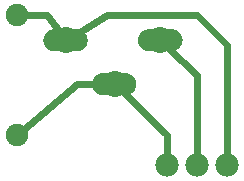
<source format=gtl>
G04 MADE WITH FRITZING*
G04 WWW.FRITZING.ORG*
G04 DOUBLE SIDED*
G04 HOLES PLATED*
G04 CONTOUR ON CENTER OF CONTOUR VECTOR*
%ASAXBY*%
%FSLAX23Y23*%
%MOIN*%
%OFA0B0*%
%SFA1.0B1.0*%
%ADD10C,0.075000*%
%ADD11C,0.078000*%
%ADD12C,0.087244*%
%ADD13C,0.024000*%
%ADD14R,0.001000X0.001000*%
%LNCOPPER1*%
G90*
G70*
G54D10*
X79Y574D03*
X79Y174D03*
G54D11*
X779Y74D03*
X679Y74D03*
X579Y74D03*
G54D12*
X557Y490D03*
X404Y343D03*
X241Y490D03*
G54D13*
X678Y573D02*
X379Y574D01*
D02*
X778Y473D02*
X678Y573D01*
D02*
X379Y574D02*
X271Y508D01*
D02*
X779Y104D02*
X778Y473D01*
D02*
X678Y373D02*
X679Y104D01*
D02*
X582Y465D02*
X678Y373D01*
D02*
X578Y174D02*
X579Y104D01*
D02*
X429Y319D02*
X578Y174D01*
D02*
X179Y574D02*
X107Y574D01*
D02*
X221Y517D02*
X179Y574D01*
D02*
X278Y343D02*
X100Y192D01*
D02*
X369Y343D02*
X278Y343D01*
G54D14*
X197Y526D02*
X284Y526D01*
X513Y526D02*
X600Y526D01*
X193Y525D02*
X288Y525D01*
X509Y525D02*
X604Y525D01*
X190Y524D02*
X291Y524D01*
X506Y524D02*
X606Y524D01*
X188Y523D02*
X293Y523D01*
X504Y523D02*
X609Y523D01*
X186Y522D02*
X295Y522D01*
X502Y522D02*
X611Y522D01*
X185Y521D02*
X297Y521D01*
X500Y521D02*
X612Y521D01*
X183Y520D02*
X298Y520D01*
X499Y520D02*
X614Y520D01*
X182Y519D02*
X300Y519D01*
X497Y519D02*
X615Y519D01*
X180Y518D02*
X301Y518D01*
X496Y518D02*
X616Y518D01*
X179Y517D02*
X302Y517D01*
X495Y517D02*
X618Y517D01*
X178Y516D02*
X303Y516D01*
X494Y516D02*
X619Y516D01*
X177Y515D02*
X304Y515D01*
X493Y515D02*
X620Y515D01*
X176Y514D02*
X305Y514D01*
X492Y514D02*
X620Y514D01*
X175Y513D02*
X306Y513D01*
X491Y513D02*
X621Y513D01*
X175Y512D02*
X306Y512D01*
X490Y512D02*
X622Y512D01*
X174Y511D02*
X235Y511D01*
X246Y511D02*
X307Y511D01*
X490Y511D02*
X551Y511D01*
X562Y511D02*
X623Y511D01*
X173Y510D02*
X232Y510D01*
X249Y510D02*
X308Y510D01*
X489Y510D02*
X547Y510D01*
X565Y510D02*
X624Y510D01*
X173Y509D02*
X230Y509D01*
X251Y509D02*
X309Y509D01*
X488Y509D02*
X545Y509D01*
X567Y509D02*
X624Y509D01*
X172Y508D02*
X228Y508D01*
X253Y508D02*
X309Y508D01*
X488Y508D02*
X544Y508D01*
X569Y508D02*
X625Y508D01*
X171Y507D02*
X227Y507D01*
X254Y507D02*
X310Y507D01*
X487Y507D02*
X542Y507D01*
X570Y507D02*
X625Y507D01*
X171Y506D02*
X225Y506D01*
X256Y506D02*
X310Y506D01*
X487Y506D02*
X541Y506D01*
X571Y506D02*
X626Y506D01*
X170Y505D02*
X224Y505D01*
X257Y505D02*
X311Y505D01*
X486Y505D02*
X540Y505D01*
X572Y505D02*
X626Y505D01*
X170Y504D02*
X224Y504D01*
X258Y504D02*
X311Y504D01*
X486Y504D02*
X539Y504D01*
X573Y504D02*
X627Y504D01*
X170Y503D02*
X223Y503D01*
X258Y503D02*
X312Y503D01*
X485Y503D02*
X538Y503D01*
X574Y503D02*
X627Y503D01*
X169Y502D02*
X222Y502D01*
X259Y502D02*
X312Y502D01*
X485Y502D02*
X538Y502D01*
X575Y502D02*
X628Y502D01*
X169Y501D02*
X221Y501D01*
X260Y501D02*
X312Y501D01*
X485Y501D02*
X537Y501D01*
X575Y501D02*
X628Y501D01*
X169Y500D02*
X221Y500D01*
X260Y500D02*
X313Y500D01*
X484Y500D02*
X536Y500D01*
X576Y500D02*
X628Y500D01*
X168Y499D02*
X220Y499D01*
X261Y499D02*
X313Y499D01*
X484Y499D02*
X536Y499D01*
X577Y499D02*
X628Y499D01*
X168Y498D02*
X220Y498D01*
X261Y498D02*
X313Y498D01*
X484Y498D02*
X535Y498D01*
X577Y498D02*
X629Y498D01*
X168Y497D02*
X219Y497D01*
X262Y497D02*
X313Y497D01*
X484Y497D02*
X535Y497D01*
X577Y497D02*
X629Y497D01*
X168Y496D02*
X219Y496D01*
X262Y496D02*
X313Y496D01*
X483Y496D02*
X535Y496D01*
X578Y496D02*
X629Y496D01*
X168Y495D02*
X219Y495D01*
X262Y495D02*
X314Y495D01*
X483Y495D02*
X534Y495D01*
X578Y495D02*
X629Y495D01*
X167Y494D02*
X219Y494D01*
X263Y494D02*
X314Y494D01*
X483Y494D02*
X534Y494D01*
X578Y494D02*
X629Y494D01*
X167Y493D02*
X218Y493D01*
X263Y493D02*
X314Y493D01*
X483Y493D02*
X534Y493D01*
X578Y493D02*
X629Y493D01*
X167Y492D02*
X218Y492D01*
X263Y492D02*
X314Y492D01*
X483Y492D02*
X534Y492D01*
X579Y492D02*
X630Y492D01*
X167Y491D02*
X218Y491D01*
X263Y491D02*
X314Y491D01*
X483Y491D02*
X534Y491D01*
X579Y491D02*
X630Y491D01*
X167Y490D02*
X218Y490D01*
X263Y490D02*
X314Y490D01*
X483Y490D02*
X534Y490D01*
X579Y490D02*
X630Y490D01*
X167Y489D02*
X218Y489D01*
X263Y489D02*
X314Y489D01*
X483Y489D02*
X534Y489D01*
X579Y489D02*
X630Y489D01*
X167Y488D02*
X218Y488D01*
X263Y488D02*
X314Y488D01*
X483Y488D02*
X534Y488D01*
X579Y488D02*
X630Y488D01*
X167Y487D02*
X218Y487D01*
X263Y487D02*
X314Y487D01*
X483Y487D02*
X534Y487D01*
X579Y487D02*
X630Y487D01*
X167Y486D02*
X218Y486D01*
X263Y486D02*
X314Y486D01*
X483Y486D02*
X534Y486D01*
X578Y486D02*
X629Y486D01*
X167Y485D02*
X219Y485D01*
X263Y485D02*
X314Y485D01*
X483Y485D02*
X534Y485D01*
X578Y485D02*
X629Y485D01*
X168Y484D02*
X219Y484D01*
X262Y484D02*
X314Y484D01*
X483Y484D02*
X535Y484D01*
X578Y484D02*
X629Y484D01*
X168Y483D02*
X219Y483D01*
X262Y483D02*
X313Y483D01*
X483Y483D02*
X535Y483D01*
X578Y483D02*
X629Y483D01*
X168Y482D02*
X220Y482D01*
X262Y482D02*
X313Y482D01*
X484Y482D02*
X535Y482D01*
X577Y482D02*
X629Y482D01*
X168Y481D02*
X220Y481D01*
X261Y481D02*
X313Y481D01*
X484Y481D02*
X536Y481D01*
X577Y481D02*
X629Y481D01*
X168Y480D02*
X220Y480D01*
X261Y480D02*
X313Y480D01*
X484Y480D02*
X536Y480D01*
X576Y480D02*
X628Y480D01*
X169Y479D02*
X221Y479D01*
X260Y479D02*
X312Y479D01*
X484Y479D02*
X537Y479D01*
X576Y479D02*
X628Y479D01*
X169Y478D02*
X222Y478D01*
X260Y478D02*
X312Y478D01*
X485Y478D02*
X537Y478D01*
X575Y478D02*
X628Y478D01*
X169Y477D02*
X222Y477D01*
X259Y477D02*
X312Y477D01*
X485Y477D02*
X538Y477D01*
X575Y477D02*
X627Y477D01*
X170Y476D02*
X223Y476D01*
X258Y476D02*
X311Y476D01*
X485Y476D02*
X539Y476D01*
X574Y476D02*
X627Y476D01*
X170Y475D02*
X224Y475D01*
X257Y475D02*
X311Y475D01*
X486Y475D02*
X539Y475D01*
X573Y475D02*
X627Y475D01*
X171Y474D02*
X225Y474D01*
X256Y474D02*
X310Y474D01*
X486Y474D02*
X540Y474D01*
X572Y474D02*
X626Y474D01*
X171Y473D02*
X226Y473D01*
X255Y473D02*
X310Y473D01*
X487Y473D02*
X542Y473D01*
X571Y473D02*
X626Y473D01*
X172Y472D02*
X227Y472D01*
X254Y472D02*
X310Y472D01*
X487Y472D02*
X543Y472D01*
X570Y472D02*
X625Y472D01*
X172Y471D02*
X229Y471D01*
X253Y471D02*
X309Y471D01*
X488Y471D02*
X544Y471D01*
X568Y471D02*
X625Y471D01*
X173Y470D02*
X230Y470D01*
X251Y470D02*
X308Y470D01*
X488Y470D02*
X546Y470D01*
X566Y470D02*
X624Y470D01*
X173Y469D02*
X233Y469D01*
X248Y469D02*
X308Y469D01*
X489Y469D02*
X549Y469D01*
X564Y469D02*
X623Y469D01*
X174Y468D02*
X237Y468D01*
X245Y468D02*
X307Y468D01*
X490Y468D02*
X552Y468D01*
X560Y468D02*
X623Y468D01*
X175Y467D02*
X306Y467D01*
X491Y467D02*
X622Y467D01*
X176Y466D02*
X305Y466D01*
X491Y466D02*
X621Y466D01*
X177Y465D02*
X305Y465D01*
X492Y465D02*
X620Y465D01*
X178Y464D02*
X304Y464D01*
X493Y464D02*
X619Y464D01*
X179Y463D02*
X303Y463D01*
X494Y463D02*
X618Y463D01*
X180Y462D02*
X302Y462D01*
X495Y462D02*
X617Y462D01*
X181Y461D02*
X300Y461D01*
X496Y461D02*
X616Y461D01*
X182Y460D02*
X299Y460D01*
X498Y460D02*
X615Y460D01*
X183Y459D02*
X298Y459D01*
X499Y459D02*
X613Y459D01*
X185Y458D02*
X296Y458D01*
X501Y458D02*
X612Y458D01*
X187Y457D02*
X294Y457D01*
X502Y457D02*
X610Y457D01*
X189Y456D02*
X292Y456D01*
X505Y456D02*
X608Y456D01*
X191Y455D02*
X290Y455D01*
X507Y455D02*
X605Y455D01*
X195Y454D02*
X287Y454D01*
X510Y454D02*
X602Y454D01*
X200Y453D02*
X282Y453D01*
X515Y453D02*
X597Y453D01*
X362Y380D02*
X443Y380D01*
X357Y379D02*
X449Y379D01*
X354Y378D02*
X452Y378D01*
X351Y377D02*
X454Y377D01*
X349Y376D02*
X456Y376D01*
X347Y375D02*
X458Y375D01*
X346Y374D02*
X460Y374D01*
X344Y373D02*
X461Y373D01*
X343Y372D02*
X463Y372D01*
X342Y371D02*
X464Y371D01*
X341Y370D02*
X465Y370D01*
X340Y369D02*
X466Y369D01*
X339Y368D02*
X467Y368D01*
X338Y367D02*
X468Y367D01*
X337Y366D02*
X468Y366D01*
X337Y365D02*
X399Y365D01*
X406Y365D02*
X469Y365D01*
X336Y364D02*
X395Y364D01*
X410Y364D02*
X470Y364D01*
X335Y363D02*
X393Y363D01*
X413Y363D02*
X471Y363D01*
X335Y362D02*
X391Y362D01*
X415Y362D02*
X471Y362D01*
X334Y361D02*
X389Y361D01*
X416Y361D02*
X472Y361D01*
X333Y360D02*
X388Y360D01*
X417Y360D02*
X472Y360D01*
X333Y359D02*
X387Y359D01*
X419Y359D02*
X473Y359D01*
X332Y358D02*
X386Y358D01*
X420Y358D02*
X473Y358D01*
X332Y357D02*
X385Y357D01*
X420Y357D02*
X474Y357D01*
X332Y356D02*
X384Y356D01*
X421Y356D02*
X474Y356D01*
X331Y355D02*
X384Y355D01*
X422Y355D02*
X474Y355D01*
X331Y354D02*
X383Y354D01*
X422Y354D02*
X475Y354D01*
X331Y353D02*
X383Y353D01*
X423Y353D02*
X475Y353D01*
X330Y352D02*
X382Y352D01*
X423Y352D02*
X475Y352D01*
X330Y351D02*
X382Y351D01*
X424Y351D02*
X475Y351D01*
X330Y350D02*
X382Y350D01*
X424Y350D02*
X476Y350D01*
X330Y349D02*
X381Y349D01*
X424Y349D02*
X476Y349D01*
X330Y348D02*
X381Y348D01*
X425Y348D02*
X476Y348D01*
X330Y347D02*
X381Y347D01*
X425Y347D02*
X476Y347D01*
X330Y346D02*
X381Y346D01*
X425Y346D02*
X476Y346D01*
X329Y345D02*
X380Y345D01*
X425Y345D02*
X476Y345D01*
X329Y344D02*
X380Y344D01*
X425Y344D02*
X476Y344D01*
X329Y343D02*
X380Y343D01*
X425Y343D02*
X476Y343D01*
X329Y342D02*
X380Y342D01*
X425Y342D02*
X476Y342D01*
X330Y341D02*
X380Y341D01*
X425Y341D02*
X476Y341D01*
X330Y340D02*
X381Y340D01*
X425Y340D02*
X476Y340D01*
X330Y339D02*
X381Y339D01*
X425Y339D02*
X476Y339D01*
X330Y338D02*
X381Y338D01*
X425Y338D02*
X476Y338D01*
X330Y337D02*
X381Y337D01*
X424Y337D02*
X476Y337D01*
X330Y336D02*
X382Y336D01*
X424Y336D02*
X476Y336D01*
X330Y335D02*
X382Y335D01*
X424Y335D02*
X475Y335D01*
X331Y334D02*
X382Y334D01*
X423Y334D02*
X475Y334D01*
X331Y333D02*
X383Y333D01*
X423Y333D02*
X475Y333D01*
X331Y332D02*
X384Y332D01*
X422Y332D02*
X475Y332D01*
X332Y331D02*
X384Y331D01*
X422Y331D02*
X474Y331D01*
X332Y330D02*
X385Y330D01*
X421Y330D02*
X474Y330D01*
X332Y329D02*
X386Y329D01*
X420Y329D02*
X473Y329D01*
X333Y328D02*
X387Y328D01*
X419Y328D02*
X473Y328D01*
X333Y327D02*
X388Y327D01*
X418Y327D02*
X472Y327D01*
X334Y326D02*
X389Y326D01*
X417Y326D02*
X472Y326D01*
X334Y325D02*
X390Y325D01*
X416Y325D02*
X471Y325D01*
X335Y324D02*
X392Y324D01*
X414Y324D02*
X471Y324D01*
X335Y323D02*
X394Y323D01*
X412Y323D02*
X470Y323D01*
X336Y322D02*
X397Y322D01*
X409Y322D02*
X470Y322D01*
X337Y321D02*
X469Y321D01*
X338Y320D02*
X468Y320D01*
X339Y319D02*
X467Y319D01*
X339Y318D02*
X466Y318D01*
X340Y317D02*
X465Y317D01*
X341Y316D02*
X464Y316D01*
X343Y315D02*
X463Y315D01*
X344Y314D02*
X462Y314D01*
X345Y313D02*
X461Y313D01*
X347Y312D02*
X459Y312D01*
X348Y311D02*
X457Y311D01*
X350Y310D02*
X455Y310D01*
X353Y309D02*
X453Y309D01*
X355Y308D02*
X450Y308D01*
X359Y307D02*
X446Y307D01*
D02*
G04 End of Copper1*
M02*
</source>
